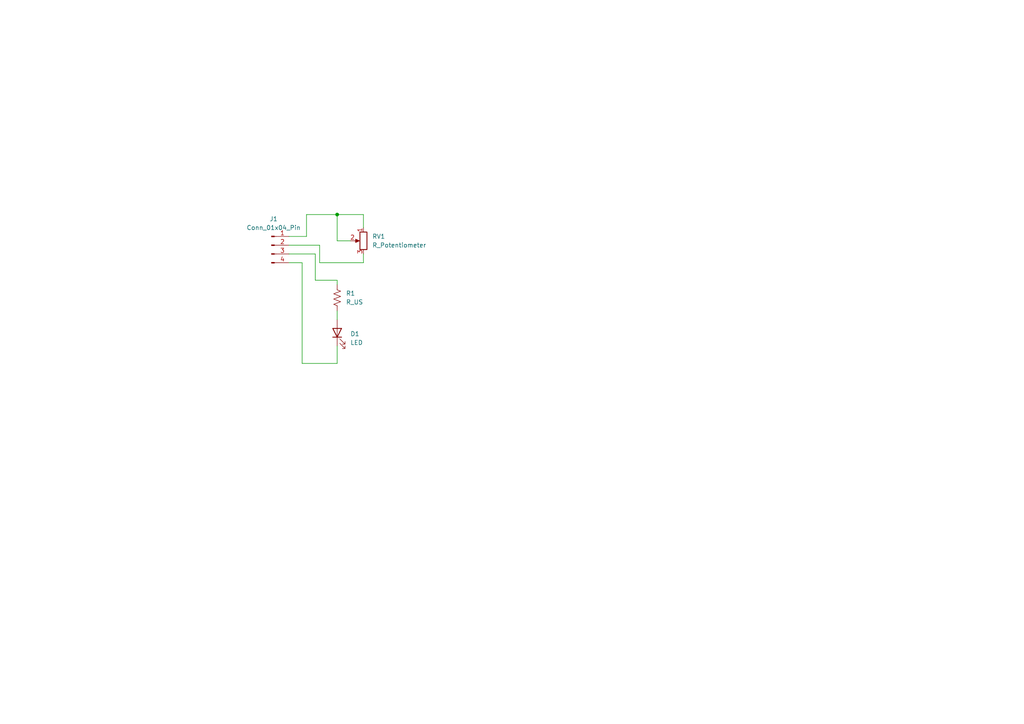
<source format=kicad_sch>
(kicad_sch (version 20230121) (generator eeschema)
  (paper "A4")
  (lib_symbols
    (symbol "Connector:Conn_01x04_Pin" (pin_names (offset 1.016) hide)
      (property "Reference" "J" (at 0 5.08 0))
      (property "Value" "Conn_01x04_Pin" (at 0 -7.62 0))
      (symbol "Conn_01x04_Pin_1_1"
        (polyline (pts (xy 1.27 -5.08) (xy 0.8636 -5.08)) (stroke (width 0.1524)))
        (polyline (pts (xy 1.27 -2.54) (xy 0.8636 -2.54)) (stroke (width 0.1524)))
        (polyline (pts (xy 1.27 0) (xy 0.8636 0)) (stroke (width 0.1524)))
        (polyline (pts (xy 1.27 2.54) (xy 0.8636 2.54)) (stroke (width 0.1524)))
        (rectangle (start 0.8636 -4.953) (end 0 -5.207) (stroke (width 0.1524)) (fill (type outline)))
        (rectangle (start 0.8636 -2.413) (end 0 -2.667) (stroke (width 0.1524)) (fill (type outline)))
        (rectangle (start 0.8636 0.127) (end 0 -0.127) (stroke (width 0.1524)) (fill (type outline)))
        (rectangle (start 0.8636 2.667) (end 0 2.413) (stroke (width 0.1524)) (fill (type outline)))
        (pin passive line (at 5.08 2.54 180) (length 3.81) (name "Pin_1") (number "1"))
        (pin passive line (at 5.08 0 180) (length 3.81) (name "Pin_2") (number "2"))
        (pin passive line (at 5.08 -2.54 180) (length 3.81) (name "Pin_3") (number "3"))
        (pin passive line (at 5.08 -5.08 180) (length 3.81) (name "Pin_4") (number "4"))
      )
    )
    (symbol "Device:LED" (pin_numbers hide) (pin_names (offset 1.016) hide)
      (property "Reference" "D" (at 0 2.54 0))
      (property "Value" "LED" (at 0 -2.54 0))
      (symbol "LED_0_1"
        (polyline (pts (xy -1.27 -1.27) (xy -1.27 1.27)) (stroke (width 0.254)))
        (polyline (pts (xy -1.27 0) (xy 1.27 0)))
        (polyline (pts (xy 1.27 -1.27) (xy 1.27 1.27) (xy -1.27 0) (xy 1.27 -1.27)) (stroke (width 0.254)))
        (polyline (pts (xy -3.048 -0.762) (xy -4.572 -2.286) (xy -3.81 -2.286) (xy -4.572 -2.286) (xy -4.572 -1.524)))
        (polyline (pts (xy -1.778 -0.762) (xy -3.302 -2.286) (xy -2.54 -2.286) (xy -3.302 -2.286) (xy -3.302 -1.524)))
      )
      (symbol "LED_1_1"
        (pin passive line (at -3.81 0 0) (length 2.54) (name "K") (number "1"))
        (pin passive line (at 3.81 0 180) (length 2.54) (name "A") (number "2"))
      )
    )
    (symbol "Device:R_Potentiometer" (pin_names (offset 1.016) hide)
      (property "Reference" "RV" (at -4.445 0 90))
      (property "Value" "R_Potentiometer" (at -2.54 0 90))
      (symbol "R_Potentiometer_0_1"
        (polyline (pts (xy 2.54 0) (xy 1.524 0)))
        (polyline (pts (xy 1.143 0) (xy 2.286 0.508) (xy 2.286 -0.508) (xy 1.143 0)) (fill (type outline)))
        (rectangle (start 1.016 2.54) (end -1.016 -2.54) (stroke (width 0.254)))
      )
      (symbol "R_Potentiometer_1_1"
        (pin passive line (at 0 3.81 270) (length 1.27) (name "1") (number "1"))
        (pin passive line (at 3.81 0 180) (length 1.27) (name "2") (number "2"))
        (pin passive line (at 0 -3.81 90) (length 1.27) (name "3") (number "3"))
      )
    )
    (symbol "Device:R_US" (pin_numbers hide) (pin_names (offset 0))
      (property "Reference" "R" (at 2.54 0 90))
      (property "Value" "R_US" (at -2.54 0 90))
      (symbol "R_US_0_1"
        (polyline (pts (xy 0 -2.286) (xy 0 -2.54)))
        (polyline (pts (xy 0 2.286) (xy 0 2.54)))
        (polyline (pts (xy 0 -0.762) (xy 1.016 -1.143) (xy 0 -1.524) (xy -1.016 -1.905) (xy 0 -2.286)))
        (polyline (pts (xy 0 0.762) (xy 1.016 0.381) (xy 0 0) (xy -1.016 -0.381) (xy 0 -0.762)))
        (polyline (pts (xy 0 2.286) (xy 1.016 1.905) (xy 0 1.524) (xy -1.016 1.143) (xy 0 0.762)))
      )
      (symbol "R_US_1_1"
        (pin passive line (at 0 3.81 270) (length 1.27) (name "~") (number "1"))
        (pin passive line (at 0 -3.81 90) (length 1.27) (name "~") (number "2"))
      )
    )
  )
  (junction (at 97.79 62.23))
  (wire (pts (xy 92.71 71.12) (xy 92.71 76.2)))
  (wire (pts (xy 88.9 62.23) (xy 97.79 62.23)))
  (wire (pts (xy 88.9 68.58) (xy 88.9 62.23)))
  (wire (pts (xy 87.63 105.41) (xy 87.63 76.2)))
  (wire (pts (xy 97.79 90.17) (xy 97.79 92.71)))
  (wire (pts (xy 92.71 76.2) (xy 105.41 76.2)))
  (wire (pts (xy 101.6 69.85) (xy 97.79 69.85)))
  (wire (pts (xy 83.82 73.66) (xy 91.44 73.66)))
  (wire (pts (xy 83.82 68.58) (xy 88.9 68.58)))
  (wire (pts (xy 91.44 81.28) (xy 97.79 81.28)))
  (wire (pts (xy 83.82 71.12) (xy 92.71 71.12)))
  (wire (pts (xy 97.79 81.28) (xy 97.79 82.55)))
  (wire (pts (xy 97.79 69.85) (xy 97.79 62.23)))
  (wire (pts (xy 97.79 105.41) (xy 87.63 105.41)))
  (wire (pts (xy 87.63 76.2) (xy 83.82 76.2)))
  (wire (pts (xy 105.41 62.23) (xy 105.41 66.04)))
  (wire (pts (xy 105.41 76.2) (xy 105.41 73.66)))
  (wire (pts (xy 97.79 100.33) (xy 97.79 105.41)))
  (wire (pts (xy 97.79 62.23) (xy 105.41 62.23)))
  (wire (pts (xy 91.44 73.66) (xy 91.44 81.28)))
  (symbol (lib_id "Device:R_US") (at 97.79 86.36 0) (unit 1)
    (property "Reference" "R1" (at 100.33 85.09 0) (effects (justify left)))
    (property "Value" "R_US" (at 100.33 87.63 0) (effects (justify left)))
    (property "Footprint" "Resistor_SMD:R_0603_1608Metric_Pad0.98x0.95mm_HandSolder" (effects hide))
  )
  (symbol (lib_id "Device:LED") (at 97.79 96.52 90) (unit 1)
    (property "Reference" "D1" (at 101.6 96.8375 90) (effects (justify right)))
    (property "Value" "LED" (at 101.6 99.3775 90) (effects (justify right)))
    (property "Footprint" "LED_SMD:LED_0603_1608Metric_Pad1.05x0.95mm_HandSolder" (effects hide))
  )
  (symbol (lib_id "Device:R_Potentiometer") (at 105.41 69.85 0) (mirror y) (unit 1)
    (property "Reference" "RV1" (at 107.95 68.58 0) (effects (justify right)))
    (property "Value" "R_Potentiometer" (at 107.95 71.12 0) (effects (justify right)))
    (property "Footprint" "Potentiometer_SMD:Potentiometer_Bourns_TC33X_Vertical" (effects hide))
  )
  (symbol (lib_id "Connector:Conn_01x04_Pin") (at 78.74 71.12 0) (unit 1)
    (property "Reference" "J1" (at 79.375 63.5 0))
    (property "Value" "Conn_01x04_Pin" (at 79.375 66.04 0))
    (property "Footprint" "krampus_with_potentiometer:krampus_santa_connector" (effects hide))
  )
)
</source>
